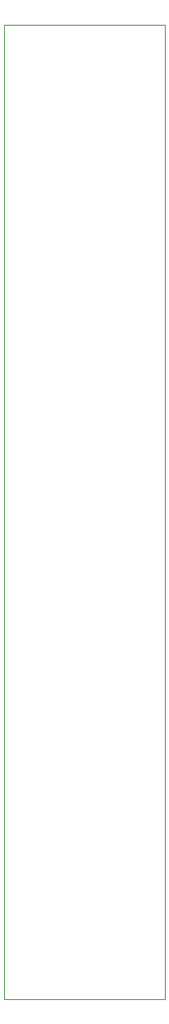
<source format=gm1>
%TF.GenerationSoftware,KiCad,Pcbnew,5.1.6-1.fc32*%
%TF.CreationDate,2020-08-03T22:39:13-06:00*%
%TF.ProjectId,5_switch_column,355f7377-6974-4636-985f-636f6c756d6e,01*%
%TF.SameCoordinates,Original*%
%TF.FileFunction,Profile,NP*%
%FSLAX46Y46*%
G04 Gerber Fmt 4.6, Leading zero omitted, Abs format (unit mm)*
G04 Created by KiCad (PCBNEW 5.1.6-1.fc32) date 2020-08-03 22:39:13*
%MOMM*%
%LPD*%
G01*
G04 APERTURE LIST*
%TA.AperFunction,Profile*%
%ADD10C,0.050000*%
%TD*%
G04 APERTURE END LIST*
D10*
X125730000Y-69215000D02*
X109220000Y-69215000D01*
X125730000Y-168910000D02*
X125730000Y-69215000D01*
X109220000Y-168910000D02*
X125730000Y-168910000D01*
X109220000Y-69215000D02*
X109220000Y-168910000D01*
M02*

</source>
